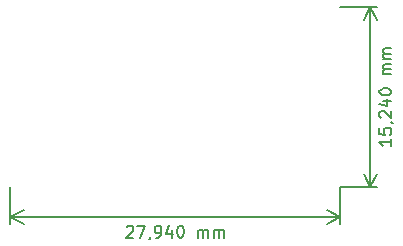
<source format=gbr>
%TF.GenerationSoftware,KiCad,Pcbnew,5.1.4-3.fc30*%
%TF.CreationDate,2019-10-13T14:31:29+02:00*%
%TF.ProjectId,crystal_connector,63727973-7461-46c5-9f63-6f6e6e656374,1.0*%
%TF.SameCoordinates,PX7df6180PY5734380*%
%TF.FileFunction,Drawing*%
%FSLAX46Y46*%
G04 Gerber Fmt 4.6, Leading zero omitted, Abs format (unit mm)*
G04 Created by KiCad (PCBNEW 5.1.4-3.fc30) date 2019-10-13 14:31:29*
%MOMM*%
%LPD*%
G04 APERTURE LIST*
%ADD10C,0.150000*%
G04 APERTURE END LIST*
D10*
X32232380Y4048572D02*
X32232380Y3477143D01*
X32232380Y3762858D02*
X31232380Y3762858D01*
X31375238Y3667620D01*
X31470476Y3572381D01*
X31518095Y3477143D01*
X31232380Y4953334D02*
X31232380Y4477143D01*
X31708571Y4429524D01*
X31660952Y4477143D01*
X31613333Y4572381D01*
X31613333Y4810477D01*
X31660952Y4905715D01*
X31708571Y4953334D01*
X31803809Y5000953D01*
X32041904Y5000953D01*
X32137142Y4953334D01*
X32184761Y4905715D01*
X32232380Y4810477D01*
X32232380Y4572381D01*
X32184761Y4477143D01*
X32137142Y4429524D01*
X32184761Y5477143D02*
X32232380Y5477143D01*
X32327619Y5429524D01*
X32375238Y5381905D01*
X31327619Y5858096D02*
X31280000Y5905715D01*
X31232380Y6000953D01*
X31232380Y6239048D01*
X31280000Y6334286D01*
X31327619Y6381905D01*
X31422857Y6429524D01*
X31518095Y6429524D01*
X31660952Y6381905D01*
X32232380Y5810477D01*
X32232380Y6429524D01*
X31565714Y7286667D02*
X32232380Y7286667D01*
X31184761Y7048572D02*
X31899047Y6810477D01*
X31899047Y7429524D01*
X31232380Y8000953D02*
X31232380Y8096191D01*
X31280000Y8191429D01*
X31327619Y8239048D01*
X31422857Y8286667D01*
X31613333Y8334286D01*
X31851428Y8334286D01*
X32041904Y8286667D01*
X32137142Y8239048D01*
X32184761Y8191429D01*
X32232380Y8096191D01*
X32232380Y8000953D01*
X32184761Y7905715D01*
X32137142Y7858096D01*
X32041904Y7810477D01*
X31851428Y7762858D01*
X31613333Y7762858D01*
X31422857Y7810477D01*
X31327619Y7858096D01*
X31280000Y7905715D01*
X31232380Y8000953D01*
X32232380Y9524762D02*
X31565714Y9524762D01*
X31660952Y9524762D02*
X31613333Y9572381D01*
X31565714Y9667620D01*
X31565714Y9810477D01*
X31613333Y9905715D01*
X31708571Y9953334D01*
X32232380Y9953334D01*
X31708571Y9953334D02*
X31613333Y10000953D01*
X31565714Y10096191D01*
X31565714Y10239048D01*
X31613333Y10334286D01*
X31708571Y10381905D01*
X32232380Y10381905D01*
X32232380Y10858096D02*
X31565714Y10858096D01*
X31660952Y10858096D02*
X31613333Y10905715D01*
X31565714Y11000953D01*
X31565714Y11143810D01*
X31613333Y11239048D01*
X31708571Y11286667D01*
X32232380Y11286667D01*
X31708571Y11286667D02*
X31613333Y11334286D01*
X31565714Y11429524D01*
X31565714Y11572381D01*
X31613333Y11667620D01*
X31708571Y11715239D01*
X32232380Y11715239D01*
X30480000Y0D02*
X30480000Y15240000D01*
X27940000Y0D02*
X31066421Y0D01*
X27940000Y15240000D02*
X31066421Y15240000D01*
X30480000Y15240000D02*
X31066421Y14113496D01*
X30480000Y15240000D02*
X29893579Y14113496D01*
X30480000Y0D02*
X31066421Y1126504D01*
X30480000Y0D02*
X29893579Y1126504D01*
X9827142Y-3387619D02*
X9874761Y-3340000D01*
X9970000Y-3292380D01*
X10208095Y-3292380D01*
X10303333Y-3340000D01*
X10350952Y-3387619D01*
X10398571Y-3482857D01*
X10398571Y-3578095D01*
X10350952Y-3720952D01*
X9779523Y-4292380D01*
X10398571Y-4292380D01*
X10731904Y-3292380D02*
X11398571Y-3292380D01*
X10970000Y-4292380D01*
X11827142Y-4244761D02*
X11827142Y-4292380D01*
X11779523Y-4387619D01*
X11731904Y-4435238D01*
X12303333Y-4292380D02*
X12493809Y-4292380D01*
X12589047Y-4244761D01*
X12636666Y-4197142D01*
X12731904Y-4054285D01*
X12779523Y-3863809D01*
X12779523Y-3482857D01*
X12731904Y-3387619D01*
X12684285Y-3340000D01*
X12589047Y-3292380D01*
X12398571Y-3292380D01*
X12303333Y-3340000D01*
X12255714Y-3387619D01*
X12208095Y-3482857D01*
X12208095Y-3720952D01*
X12255714Y-3816190D01*
X12303333Y-3863809D01*
X12398571Y-3911428D01*
X12589047Y-3911428D01*
X12684285Y-3863809D01*
X12731904Y-3816190D01*
X12779523Y-3720952D01*
X13636666Y-3625714D02*
X13636666Y-4292380D01*
X13398571Y-3244761D02*
X13160476Y-3959047D01*
X13779523Y-3959047D01*
X14350952Y-3292380D02*
X14446190Y-3292380D01*
X14541428Y-3340000D01*
X14589047Y-3387619D01*
X14636666Y-3482857D01*
X14684285Y-3673333D01*
X14684285Y-3911428D01*
X14636666Y-4101904D01*
X14589047Y-4197142D01*
X14541428Y-4244761D01*
X14446190Y-4292380D01*
X14350952Y-4292380D01*
X14255714Y-4244761D01*
X14208095Y-4197142D01*
X14160476Y-4101904D01*
X14112857Y-3911428D01*
X14112857Y-3673333D01*
X14160476Y-3482857D01*
X14208095Y-3387619D01*
X14255714Y-3340000D01*
X14350952Y-3292380D01*
X15874761Y-4292380D02*
X15874761Y-3625714D01*
X15874761Y-3720952D02*
X15922380Y-3673333D01*
X16017619Y-3625714D01*
X16160476Y-3625714D01*
X16255714Y-3673333D01*
X16303333Y-3768571D01*
X16303333Y-4292380D01*
X16303333Y-3768571D02*
X16350952Y-3673333D01*
X16446190Y-3625714D01*
X16589047Y-3625714D01*
X16684285Y-3673333D01*
X16731904Y-3768571D01*
X16731904Y-4292380D01*
X17208095Y-4292380D02*
X17208095Y-3625714D01*
X17208095Y-3720952D02*
X17255714Y-3673333D01*
X17350952Y-3625714D01*
X17493809Y-3625714D01*
X17589047Y-3673333D01*
X17636666Y-3768571D01*
X17636666Y-4292380D01*
X17636666Y-3768571D02*
X17684285Y-3673333D01*
X17779523Y-3625714D01*
X17922380Y-3625714D01*
X18017619Y-3673333D01*
X18065238Y-3768571D01*
X18065238Y-4292380D01*
X0Y-2540000D02*
X27940000Y-2540000D01*
X0Y0D02*
X0Y-3126421D01*
X27940000Y0D02*
X27940000Y-3126421D01*
X27940000Y-2540000D02*
X26813496Y-3126421D01*
X27940000Y-2540000D02*
X26813496Y-1953579D01*
X0Y-2540000D02*
X1126504Y-3126421D01*
X0Y-2540000D02*
X1126504Y-1953579D01*
M02*

</source>
